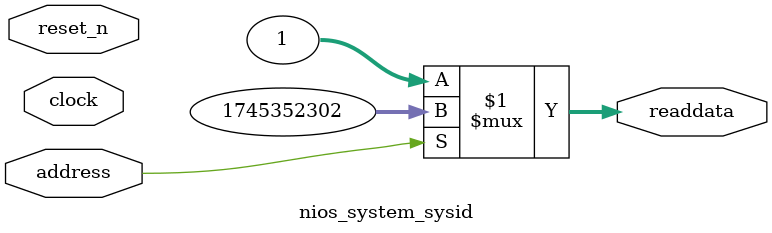
<source format=v>



// synthesis translate_off
`timescale 1ns / 1ps
// synthesis translate_on

// turn off superfluous verilog processor warnings 
// altera message_level Level1 
// altera message_off 10034 10035 10036 10037 10230 10240 10030 

module nios_system_sysid (
               // inputs:
                address,
                clock,
                reset_n,

               // outputs:
                readdata
             )
;

  output  [ 31: 0] readdata;
  input            address;
  input            clock;
  input            reset_n;

  wire    [ 31: 0] readdata;
  //control_slave, which is an e_avalon_slave
  assign readdata = address ? 1745352302 : 1;

endmodule



</source>
